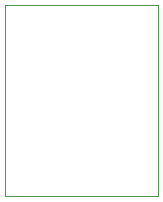
<source format=gbr>
%TF.GenerationSoftware,KiCad,Pcbnew,7.0.7*%
%TF.CreationDate,2023-11-28T10:30:52+00:00*%
%TF.ProjectId,Lynx-PS2,4c796e78-2d50-4533-922e-6b696361645f,rev?*%
%TF.SameCoordinates,Original*%
%TF.FileFunction,Legend,Bot*%
%TF.FilePolarity,Positive*%
%FSLAX46Y46*%
G04 Gerber Fmt 4.6, Leading zero omitted, Abs format (unit mm)*
G04 Created by KiCad (PCBNEW 7.0.7) date 2023-11-28 10:30:52*
%MOMM*%
%LPD*%
G01*
G04 APERTURE LIST*
%ADD10C,0.120000*%
G04 APERTURE END LIST*
D10*
%TO.C,J3*%
X35270000Y-115070000D02*
X35270000Y-98870000D01*
X48270000Y-115070000D02*
X35270000Y-115070000D01*
X48270000Y-115070000D02*
X48270000Y-98870000D01*
X48270000Y-98870000D02*
X35270000Y-98870000D01*
%TD*%
M02*

</source>
